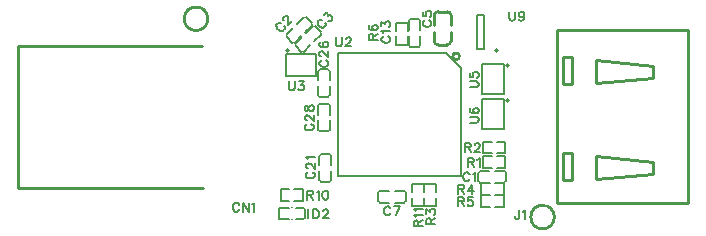
<source format=gto>
G04 Layer: TopSilkscreenLayer*
G04 EasyEDA Pro v1.8.39, 2022-10-27 11:15:30*
G04 Gerber Generator version 0.3*
G04 Scale: 100 percent, Rotated: No, Reflected: No*
G04 Dimensions in millimeters*
G04 Leading zeros omitted, absolute positions, 3 integers and 3 decimals*
%FSLAX33Y33*%
%MOMM*%
%ADD10C,0.127*%
%ADD11C,0.1524*%
%ADD12C,0.254*%
%ADD13C,0.0254*%
%ADD14C,0.0762*%
G75*


G04 Text Start*
G04 //text: R6*
G54D10*
G01X15827Y16167D02*
G01X16579Y16167D01*
G01X15827Y16167D02*
G01X15827Y16490D01*
G01X15862Y16596D01*
G01X15898Y16632D01*
G01X15972Y16667D01*
G01X16043D01*
G01X16114Y16632D01*
G01X16149Y16596D01*
G01X16185Y16490D01*
G01Y16167D01*
G01X16185Y16416D02*
G01X16579Y16667D01*
G01X15933Y17394D02*
G01X15862Y17358D01*
G01X15827Y17252D01*
G01Y17181D01*
G01X15862Y17074D01*
G01X15972Y17000D01*
G01X16149Y16965D01*
G01X16327D01*
G01X16469Y17000D01*
G01X16543Y17074D01*
G01X16579Y17181D01*
G01Y17216D01*
G01X16543Y17323D01*
G01X16469Y17394D01*
G01X16363Y17429D01*
G01X16327D01*
G01X16220Y17394D01*
G01X16149Y17323D01*
G01X16114Y17216D01*
G01Y17181D01*
G01X16149Y17074D01*
G01X16220Y17000D01*
G01X16327Y16965D01*
G04 //text: U2*
G01X13043Y16355D02*
G01X13043Y15819D01*
G01X13078Y15712D01*
G01X13150Y15639D01*
G01X13256Y15603D01*
G01X13330D01*
G01X13437Y15639D01*
G01X13508Y15712D01*
G01X13543Y15819D01*
G01Y16355D01*
G01X13876Y16175D02*
G01X13876Y16210D01*
G01X13914Y16284D01*
G01X13950Y16320D01*
G01X14021Y16355D01*
G01X14163D01*
G01X14234Y16320D01*
G01X14270Y16284D01*
G01X14305Y16210D01*
G01Y16139D01*
G01X14270Y16068D01*
G01X14199Y15961D01*
G01X13840Y15603D01*
G01X14341D01*
G04 //text: U5*
G01X24361Y12129D02*
G01X24897Y12129D01*
G01X25004Y12164D01*
G01X25077Y12235D01*
G01X25113Y12342D01*
G01Y12416D01*
G01X25077Y12522D01*
G01X25004Y12593D01*
G01X24897Y12629D01*
G01X24361D01*
G01X24361Y13355D02*
G01X24361Y13000D01*
G01X24684Y12962D01*
G01X24648Y13000D01*
G01X24613Y13106D01*
G01Y13213D01*
G01X24648Y13320D01*
G01X24719Y13391D01*
G01X24826Y13426D01*
G01X24897D01*
G01X25004Y13391D01*
G01X25077Y13320D01*
G01X25113Y13213D01*
G01Y13106D01*
G01X25077Y13000D01*
G01X25039Y12962D01*
G01X24968Y12926D01*
G04 //text: U6*
G01X24387Y9131D02*
G01X24922Y9131D01*
G01X25029Y9167D01*
G01X25103Y9238D01*
G01X25138Y9345D01*
G01Y9418D01*
G01X25103Y9525D01*
G01X25029Y9596D01*
G01X24922Y9632D01*
G01X24387D01*
G01X24493Y10358D02*
G01X24422Y10323D01*
G01X24387Y10216D01*
G01Y10145D01*
G01X24422Y10038D01*
G01X24531Y9964D01*
G01X24709Y9929D01*
G01X24887D01*
G01X25029Y9964D01*
G01X25103Y10038D01*
G01X25138Y10145D01*
G01Y10180D01*
G01X25103Y10287D01*
G01X25029Y10358D01*
G01X24922Y10394D01*
G01X24887D01*
G01X24780Y10358D01*
G01X24709Y10287D01*
G01X24674Y10180D01*
G01Y10145D01*
G01X24709Y10038D01*
G01X24780Y9964D01*
G01X24887Y9929D01*
G04 //text: CN1*
G01X4841Y2179D02*
G01X4806Y2253D01*
G01X4735Y2324D01*
G01X4663Y2360D01*
G01X4519D01*
G01X4448Y2324D01*
G01X4376Y2253D01*
G01X4341Y2179D01*
G01X4305Y2073D01*
G01Y1895D01*
G01X4341Y1788D01*
G01X4376Y1717D01*
G01X4448Y1643D01*
G01X4519Y1608D01*
G01X4663D01*
G01X4735Y1643D01*
G01X4806Y1717D01*
G01X4841Y1788D01*
G01X5138Y2360D02*
G01X5138Y1608D01*
G01X5138Y2360D02*
G01X5639Y1608D01*
G01X5639Y2360D02*
G01X5639Y1608D01*
G01X5939Y2215D02*
G01X6010Y2253D01*
G01X6116Y2360D01*
G01Y1608D01*
G04 //text: R4*
G01X23381Y3858D02*
G01X23381Y3106D01*
G01X23381Y3858D02*
G01X23703Y3858D01*
G01X23810Y3823D01*
G01X23846Y3787D01*
G01X23881Y3713D01*
G01Y3642D01*
G01X23846Y3571D01*
G01X23810Y3536D01*
G01X23703Y3500D01*
G01X23381D01*
G01X23630Y3500D02*
G01X23881Y3106D01*
G01X24536Y3858D02*
G01X24178Y3358D01*
G01X24714D01*
G01X24536Y3858D02*
G01X24536Y3106D01*
G04 //text: R5*
G01X23381Y2817D02*
G01X23381Y2065D01*
G01X23381Y2817D02*
G01X23703Y2817D01*
G01X23810Y2781D01*
G01X23846Y2746D01*
G01X23881Y2672D01*
G01Y2601D01*
G01X23846Y2530D01*
G01X23810Y2494D01*
G01X23703Y2459D01*
G01X23381D01*
G01X23630Y2459D02*
G01X23881Y2065D01*
G01X24608Y2817D02*
G01X24252Y2817D01*
G01X24214Y2494D01*
G01X24252Y2530D01*
G01X24359Y2565D01*
G01X24465D01*
G01X24572Y2530D01*
G01X24643Y2459D01*
G01X24679Y2352D01*
G01Y2281D01*
G01X24643Y2174D01*
G01X24572Y2101D01*
G01X24465Y2065D01*
G01X24359D01*
G01X24252Y2101D01*
G01X24214Y2139D01*
G01X24178Y2210D01*
G04 //text: R1*
G01X24219Y6144D02*
G01X24219Y5392D01*
G01X24219Y6144D02*
G01X24541Y6144D01*
G01X24648Y6109D01*
G01X24684Y6073D01*
G01X24719Y5999D01*
G01Y5928D01*
G01X24684Y5857D01*
G01X24648Y5822D01*
G01X24541Y5786D01*
G01X24219D01*
G01X24468Y5786D02*
G01X24719Y5392D01*
G01X25016Y5999D02*
G01X25090Y6038D01*
G01X25197Y6144D01*
G01Y5392D01*
G04 //text: R2*
G01X23965Y7414D02*
G01X23965Y6662D01*
G01X23965Y7414D02*
G01X24287Y7414D01*
G01X24394Y7379D01*
G01X24430Y7343D01*
G01X24465Y7269D01*
G01Y7198D01*
G01X24430Y7127D01*
G01X24394Y7092D01*
G01X24287Y7056D01*
G01X23965D01*
G01X24214Y7056D02*
G01X24465Y6662D01*
G01X24798Y7234D02*
G01X24798Y7269D01*
G01X24836Y7343D01*
G01X24872Y7379D01*
G01X24943Y7414D01*
G01X25085D01*
G01X25156Y7379D01*
G01X25192Y7343D01*
G01X25227Y7269D01*
G01Y7198D01*
G01X25192Y7127D01*
G01X25121Y7021D01*
G01X24762Y6662D01*
G01X25263D01*
G04 //text: C1*
G01X24348Y4745D02*
G01X24313Y4818D01*
G01X24242Y4890D01*
G01X24171Y4925D01*
G01X24026D01*
G01X23955Y4890D01*
G01X23884Y4818D01*
G01X23848Y4745D01*
G01X23813Y4638D01*
G01Y4460D01*
G01X23848Y4354D01*
G01X23884Y4282D01*
G01X23955Y4209D01*
G01X24026Y4173D01*
G01X24171D01*
G01X24242Y4209D01*
G01X24313Y4282D01*
G01X24348Y4354D01*
G01X24646Y4780D02*
G01X24719Y4818D01*
G01X24826Y4925D01*
G01Y4173D01*
G04 //text: U3*
G01X9055Y12621D02*
G01X9055Y12085D01*
G01X9091Y11979D01*
G01X9162Y11905D01*
G01X9268Y11869D01*
G01X9342D01*
G01X9449Y11905D01*
G01X9520Y11979D01*
G01X9555Y12085D01*
G01Y12621D01*
G01X9926Y12621D02*
G01X10317Y12621D01*
G01X10104Y12334D01*
G01X10211D01*
G01X10282Y12299D01*
G01X10317Y12263D01*
G01X10353Y12156D01*
G01Y12085D01*
G01X10317Y11979D01*
G01X10246Y11905D01*
G01X10140Y11869D01*
G01X10033D01*
G01X9926Y11905D01*
G01X9888Y11943D01*
G01X9853Y12014D01*
G04 //text: C3*
G01X11864Y17838D02*
G01X11787Y17865D01*
G01X11686D01*
G01X11611Y17840D01*
G01X11508Y17738D01*
G01X11483Y17662D01*
G01Y17562D01*
G01X11510Y17484D01*
G01X11560Y17384D01*
G01X11686Y17258D01*
G01X11787Y17208D01*
G01X11862Y17183D01*
G01X11964Y17181D01*
G01X12040Y17206D01*
G01X12142Y17308D01*
G01X12167Y17384D01*
G01X12166Y17486D01*
G01X12140Y17562D01*
G01X11999Y18228D02*
G01X12275Y18505D01*
G01X12327Y18151D01*
G01X12403Y18226D01*
G01X12478Y18251D01*
G01X12528D01*
G01X12629Y18201D01*
G01X12679Y18151D01*
G01X12730Y18050D01*
G01X12731Y17948D01*
G01X12681Y17847D01*
G01X12606Y17772D01*
G01X12505Y17722D01*
G01X12453Y17723D01*
G01X12376Y17747D01*
G04 //text: C2*
G01X8384Y17559D02*
G01X8307Y17586D01*
G01X8206D01*
G01X8131Y17561D01*
G01X8028Y17458D01*
G01X8003Y17383D01*
G01Y17282D01*
G01X8030Y17205D01*
G01X8081Y17104D01*
G01X8206Y16979D01*
G01X8307Y16928D01*
G01X8382Y16903D01*
G01X8485Y16902D01*
G01X8560Y16927D01*
G01X8662Y17029D01*
G01X8688Y17104D01*
G01X8686Y17207D01*
G01X8661Y17282D01*
G01X8621Y17796D02*
G01X8596Y17821D01*
G01X8569Y17898D01*
G01Y17949D01*
G01X8594Y18024D01*
G01X8695Y18125D01*
G01X8770Y18150D01*
G01X8820D01*
G01X8898Y18123D01*
G01X8948Y18073D01*
G01X8973Y17997D01*
G01X8998Y17871D01*
G01Y17365D01*
G01X9352Y17719D01*
G04 //text: U9*
G01X27699Y18514D02*
G01X27699Y17978D01*
G01X27734Y17871D01*
G01X27805Y17798D01*
G01X27912Y17762D01*
G01X27986D01*
G01X28092Y17798D01*
G01X28164Y17871D01*
G01X28199Y17978D01*
G01Y18514D01*
G01X28961Y18263D02*
G01X28926Y18156D01*
G01X28854Y18085D01*
G01X28748Y18049D01*
G01X28712D01*
G01X28605Y18085D01*
G01X28532Y18156D01*
G01X28496Y18263D01*
G01Y18298D01*
G01X28532Y18407D01*
G01X28605Y18479D01*
G01X28712Y18514D01*
G01X28748D01*
G01X28854Y18479D01*
G01X28926Y18407D01*
G01X28961Y18263D01*
G01Y18085D01*
G01X28926Y17907D01*
G01X28854Y17798D01*
G01X28748Y17762D01*
G01X28677D01*
G01X28570Y17798D01*
G01X28532Y17871D01*
G04 //text: C7*
G01X17643Y1875D02*
G01X17607Y1948D01*
G01X17536Y2019D01*
G01X17465Y2055D01*
G01X17320D01*
G01X17249Y2019D01*
G01X17178Y1948D01*
G01X17142Y1875D01*
G01X17107Y1768D01*
G01Y1590D01*
G01X17142Y1483D01*
G01X17178Y1412D01*
G01X17249Y1339D01*
G01X17320Y1303D01*
G01X17465D01*
G01X17536Y1339D01*
G01X17607Y1412D01*
G01X17643Y1483D01*
G01X18440Y2055D02*
G01X18085Y1303D01*
G01X17940Y2055D02*
G01X18440Y2055D01*
G04 //text: C13*
G01X17074Y16449D02*
G01X17000Y16413D01*
G01X16929Y16342D01*
G01X16894Y16271D01*
G01Y16126D01*
G01X16929Y16055D01*
G01X17000Y15984D01*
G01X17074Y15949D01*
G01X17181Y15913D01*
G01X17358D01*
G01X17465Y15949D01*
G01X17536Y15984D01*
G01X17610Y16055D01*
G01X17645Y16126D01*
G01Y16271D01*
G01X17610Y16342D01*
G01X17536Y16413D01*
G01X17465Y16449D01*
G01X17038Y16746D02*
G01X17000Y16820D01*
G01X16894Y16927D01*
G01X17645D01*
G01X16894Y17295D02*
G01X16894Y17689D01*
G01X17181Y17475D01*
G01Y17582D01*
G01X17216Y17653D01*
G01X17252Y17689D01*
G01X17358Y17724D01*
G01X17429D01*
G01X17536Y17689D01*
G01X17610Y17617D01*
G01X17645Y17511D01*
G01Y17404D01*
G01X17610Y17295D01*
G01X17572Y17259D01*
G01X17501Y17224D01*
G04 //text: C21*
G01X10673Y4943D02*
G01X10599Y4907D01*
G01X10528Y4836D01*
G01X10493Y4765D01*
G01Y4620D01*
G01X10528Y4549D01*
G01X10599Y4478D01*
G01X10673Y4442D01*
G01X10780Y4407D01*
G01X10958D01*
G01X11064Y4442D01*
G01X11135Y4478D01*
G01X11209Y4549D01*
G01X11245Y4620D01*
G01Y4765D01*
G01X11209Y4836D01*
G01X11135Y4907D01*
G01X11064Y4943D01*
G01X10673Y5278D02*
G01X10638Y5278D01*
G01X10564Y5314D01*
G01X10528Y5349D01*
G01X10493Y5420D01*
G01Y5563D01*
G01X10528Y5634D01*
G01X10564Y5669D01*
G01X10638Y5705D01*
G01X10709D01*
G01X10780Y5669D01*
G01X10886Y5598D01*
G01X11245Y5240D01*
G01Y5740D01*
G01X10638Y6040D02*
G01X10599Y6111D01*
G01X10493Y6218D01*
G01X11245D01*
G04 //text: D2*
G01X11113Y1801D02*
G01X11113Y1049D01*
G01X11113Y1801D02*
G01X11361Y1801D01*
G01X11471Y1765D01*
G01X11542Y1694D01*
G01X11577Y1621D01*
G01X11613Y1514D01*
G01Y1336D01*
G01X11577Y1229D01*
G01X11542Y1158D01*
G01X11471Y1085D01*
G01X11361Y1049D01*
G01X11113D01*
G01X11946Y1621D02*
G01X11946Y1656D01*
G01X11984Y1730D01*
G01X12019Y1765D01*
G01X12090Y1801D01*
G01X12233D01*
G01X12304Y1765D01*
G01X12339Y1730D01*
G01X12375Y1656D01*
G01Y1585D01*
G01X12339Y1514D01*
G01X12268Y1407D01*
G01X11910Y1049D01*
G01X12410D01*
G04 //text: R10*
G01X10605Y3376D02*
G01X10605Y2624D01*
G01X10605Y3376D02*
G01X10927Y3376D01*
G01X11034Y3340D01*
G01X11069Y3305D01*
G01X11105Y3231D01*
G01Y3160D01*
G01X11069Y3089D01*
G01X11034Y3053D01*
G01X10927Y3018D01*
G01X10605D01*
G01X10853Y3018D02*
G01X11105Y2624D01*
G01X11402Y3231D02*
G01X11476Y3269D01*
G01X11582Y3376D01*
G01Y2624D01*
G01X12095Y3376D02*
G01X11986Y3340D01*
G01X11915Y3231D01*
G01X11880Y3053D01*
G01Y2946D01*
G01X11915Y2769D01*
G01X11986Y2659D01*
G01X12095Y2624D01*
G01X12167D01*
G01X12273Y2659D01*
G01X12344Y2769D01*
G01X12380Y2946D01*
G01Y3053D01*
G01X12344Y3231D01*
G01X12273Y3340D01*
G01X12167Y3376D01*
G01X12095D01*
G04 //text: R11*
G01X19637Y368D02*
G01X20389Y368D01*
G01X19637Y368D02*
G01X19637Y691D01*
G01X19672Y798D01*
G01X19708Y833D01*
G01X19782Y869D01*
G01X19853D01*
G01X19924Y833D01*
G01X19959Y798D01*
G01X19995Y691D01*
G01Y368D01*
G01X19995Y617D02*
G01X20389Y869D01*
G01X19782Y1166D02*
G01X19743Y1240D01*
G01X19637Y1346D01*
G01X20389D01*
G01X19782Y1643D02*
G01X19743Y1715D01*
G01X19637Y1824D01*
G01X20389D01*
G04 //text: R3*
G01X20704Y521D02*
G01X21455Y521D01*
G01X20704Y521D02*
G01X20704Y843D01*
G01X20739Y950D01*
G01X20775Y986D01*
G01X20848Y1021D01*
G01X20919D01*
G01X20991Y986D01*
G01X21026Y950D01*
G01X21062Y843D01*
G01Y521D01*
G01X21062Y770D02*
G01X21455Y1021D01*
G01X20704Y1392D02*
G01X20704Y1783D01*
G01X20991Y1570D01*
G01Y1676D01*
G01X21026Y1748D01*
G01X21062Y1783D01*
G01X21168Y1819D01*
G01X21239D01*
G01X21346Y1783D01*
G01X21420Y1712D01*
G01X21455Y1605D01*
G01Y1499D01*
G01X21420Y1392D01*
G01X21382Y1354D01*
G01X21311Y1318D01*
G04 //text: J1*
G01X28539Y1699D02*
G01X28539Y1128D01*
G01X28504Y1021D01*
G01X28468Y983D01*
G01X28395Y947D01*
G01X28324D01*
G01X28252Y983D01*
G01X28217Y1021D01*
G01X28181Y1128D01*
G01Y1199D01*
G01X28837Y1554D02*
G01X28908Y1593D01*
G01X29014Y1699D01*
G01Y947D01*
G04 //text: C5*
G01X20554Y17795D02*
G01X20480Y17760D01*
G01X20409Y17689D01*
G01X20373Y17617D01*
G01Y17473D01*
G01X20409Y17402D01*
G01X20480Y17330D01*
G01X20554Y17295D01*
G01X20660Y17259D01*
G01X20838D01*
G01X20945Y17295D01*
G01X21016Y17330D01*
G01X21090Y17402D01*
G01X21125Y17473D01*
G01Y17617D01*
G01X21090Y17689D01*
G01X21016Y17760D01*
G01X20945Y17795D01*
G01X20373Y18522D02*
G01X20373Y18166D01*
G01X20696Y18131D01*
G01X20660Y18166D01*
G01X20625Y18273D01*
G01Y18379D01*
G01X20660Y18486D01*
G01X20731Y18557D01*
G01X20838Y18593D01*
G01X20909D01*
G01X21016Y18557D01*
G01X21090Y18486D01*
G01X21125Y18379D01*
G01Y18273D01*
G01X21090Y18166D01*
G01X21052Y18131D01*
G01X20980Y18092D01*
G04 //text: C28*
G01X10571Y9007D02*
G01X10498Y8971D01*
G01X10427Y8900D01*
G01X10391Y8829D01*
G01Y8684D01*
G01X10427Y8613D01*
G01X10498Y8542D01*
G01X10571Y8506D01*
G01X10678Y8471D01*
G01X10856D01*
G01X10963Y8506D01*
G01X11034Y8542D01*
G01X11107Y8613D01*
G01X11143Y8684D01*
G01Y8829D01*
G01X11107Y8900D01*
G01X11034Y8971D01*
G01X10963Y9007D01*
G01X10571Y9342D02*
G01X10536Y9342D01*
G01X10462Y9378D01*
G01X10427Y9413D01*
G01X10391Y9484D01*
G01Y9627D01*
G01X10427Y9698D01*
G01X10462Y9733D01*
G01X10536Y9769D01*
G01X10607D01*
G01X10678Y9733D01*
G01X10785Y9662D01*
G01X11143Y9304D01*
G01Y9804D01*
G01X10391Y10282D02*
G01X10427Y10175D01*
G01X10498Y10140D01*
G01X10571D01*
G01X10643Y10175D01*
G01X10678Y10246D01*
G01X10714Y10389D01*
G01X10749Y10498D01*
G01X10820Y10569D01*
G01X10892Y10605D01*
G01X10998D01*
G01X11069Y10569D01*
G01X11107Y10533D01*
G01X11143Y10424D01*
G01Y10282D01*
G01X11107Y10175D01*
G01X11069Y10140D01*
G01X10998Y10104D01*
G01X10892D01*
G01X10820Y10140D01*
G01X10749Y10211D01*
G01X10714Y10317D01*
G01X10678Y10460D01*
G01X10643Y10533D01*
G01X10571Y10569D01*
G01X10498D01*
G01X10427Y10533D01*
G01X10391Y10424D01*
G01Y10282D01*
G04 //text: C26*
G01X11816Y14417D02*
G01X11742Y14381D01*
G01X11671Y14310D01*
G01X11636Y14239D01*
G01Y14094D01*
G01X11671Y14023D01*
G01X11742Y13952D01*
G01X11816Y13917D01*
G01X11923Y13881D01*
G01X12101D01*
G01X12207Y13917D01*
G01X12278Y13952D01*
G01X12352Y14023D01*
G01X12388Y14094D01*
G01Y14239D01*
G01X12352Y14310D01*
G01X12278Y14381D01*
G01X12207Y14417D01*
G01X11816Y14752D02*
G01X11781Y14752D01*
G01X11707Y14788D01*
G01X11671Y14823D01*
G01X11636Y14895D01*
G01Y15037D01*
G01X11671Y15108D01*
G01X11707Y15143D01*
G01X11781Y15179D01*
G01X11852D01*
G01X11923Y15143D01*
G01X12029Y15072D01*
G01X12388Y14714D01*
G01Y15215D01*
G01X11742Y15944D02*
G01X11671Y15908D01*
G01X11636Y15799D01*
G01Y15728D01*
G01X11671Y15621D01*
G01X11781Y15550D01*
G01X11958Y15514D01*
G01X12136D01*
G01X12278Y15550D01*
G01X12352Y15621D01*
G01X12388Y15728D01*
G01Y15763D01*
G01X12352Y15870D01*
G01X12278Y15944D01*
G01X12172Y15979D01*
G01X12136D01*
G01X12029Y15944D01*
G01X11958Y15870D01*
G01X11923Y15763D01*
G01Y15728D01*
G01X11958Y15621D01*
G01X12029Y15550D01*
G01X12136Y15514D01*
G04 Text End*

G04 PolygonModel Start*
G54D11*
G01X18120Y16889D02*
G01X18120Y17607D01*
G01X18120Y17607D02*
G01X19117Y17607D01*
G01X19117Y17607D02*
G01X19117Y16889D01*
G01X18120Y16436D02*
G01X18120Y15718D01*
G01X18120Y15718D02*
G01X19117Y15718D01*
G01X19117Y15718D02*
G01X19117Y16436D01*
G54D10*
G01X13183Y15011D02*
G01X13183Y4597D01*
G01X23597D01*
G01Y13741D01*
G01X22327Y15011D01*
G01X13183D01*
G54D12*
G01X1715Y15599D02*
G01X-13853Y15599D01*
G01X-13853Y15599D02*
G01X-13853Y3618D01*
G01X-13853Y3618D02*
G01X-13853Y3616D01*
G01X-13853Y3616D02*
G01X1745Y3616D01*
G01X1745Y3616D02*
G01X1694Y3631D01*
G54D11*
G01X26515Y4029D02*
G01X27233Y4029D01*
G01X27233Y4029D02*
G01X27233Y3032D01*
G01X27233Y3032D02*
G01X26515Y3032D01*
G01X26063Y4029D02*
G01X25345Y4029D01*
G01X25345Y4029D02*
G01X25345Y3032D01*
G01X25345Y3032D02*
G01X26063Y3032D01*
G01X26515Y2988D02*
G01X27233Y2988D01*
G01X27233Y2988D02*
G01X27233Y1991D01*
G01X27233Y1991D02*
G01X26515Y1991D01*
G01X26063Y2988D02*
G01X25345Y2988D01*
G01X25345Y2988D02*
G01X25345Y1991D01*
G01X25345Y1991D02*
G01X26063Y1991D01*
G01X26215Y5318D02*
G01X25497Y5318D01*
G01X25497Y5318D02*
G01X25497Y6315D01*
G01X25497Y6315D02*
G01X26215Y6315D01*
G01X26668Y5318D02*
G01X27386Y5318D01*
G01X27386Y5318D02*
G01X27386Y6315D01*
G01X27386Y6315D02*
G01X26668Y6315D01*
G01X26215Y6537D02*
G01X25497Y6537D01*
G01X25497Y6537D02*
G01X25497Y7534D01*
G01X25497Y7534D02*
G01X26215Y7534D01*
G01X26668Y6537D02*
G01X27386Y6537D01*
G01X27386Y6537D02*
G01X27386Y7534D01*
G01X27386Y7534D02*
G01X26668Y7534D01*
G01X27280Y5045D02*
G01X26490Y5045D01*
G01X26490Y4048D02*
G01X27280Y4048D01*
G01X27432Y4200D02*
G01X27432Y4893D01*
G01X25247Y5045D02*
G01X26037Y5045D01*
G01X26037Y4048D02*
G01X25247Y4048D01*
G01X25095Y4200D02*
G01X25095Y4893D01*
G01X27280Y4048D02*
G03X27432Y4200I0J152D01*
G01X27432Y4893D02*
G03X27280Y5045I-152J0D01*
G01X25247Y4048D02*
G02X25095Y4200I0J152D01*
G01X25095Y4893D02*
G02X25247Y5045I152J0D01*
G01X11055Y17297D02*
G01X10496Y16739D01*
G01X11201Y16034D02*
G01X11760Y16592D01*
G01X11760Y16808D02*
G01X11271Y17297D01*
G01X9618Y15860D02*
G01X10176Y16419D01*
G01X10882Y15714D02*
G01X10323Y15155D01*
G01X10107Y15155D02*
G01X9618Y15645D01*
G01X11760Y16592D02*
G03X11760Y16808I-108J108D01*
G01X11271Y17297D02*
G03X11055Y17297I-108J-108D01*
G01X10323Y15155D02*
G02X10107Y15155I-108J108D01*
G01X9618Y15645D02*
G02X9618Y15860I108J108D01*
G01X10293Y18059D02*
G01X9734Y17501D01*
G01X10439Y16796D02*
G01X10998Y17354D01*
G01X10998Y17570D02*
G01X10509Y18059D01*
G01X8856Y16622D02*
G01X9414Y17181D01*
G01X10120Y16476D02*
G01X9561Y15917D01*
G01X9345Y15917D02*
G01X8856Y16407D01*
G01X10998Y17354D02*
G03X10998Y17570I-108J108D01*
G01X10509Y18059D02*
G03X10293Y18059I-108J-108D01*
G01X9561Y15917D02*
G02X9345Y15917I-108J108D01*
G01X8856Y16407D02*
G02X8856Y16622I108J108D01*
G01X18796Y3369D02*
G01X18006Y3369D01*
G01X18006Y2372D02*
G01X18796Y2372D01*
G01X18949Y2524D02*
G01X18949Y3216D01*
G01X16764Y3369D02*
G01X17554Y3369D01*
G01X17554Y2372D02*
G01X16764Y2372D01*
G01X16611Y2524D02*
G01X16611Y3216D01*
G01X18796Y2372D02*
G03X18949Y2524I0J152D01*
G01X18949Y3216D02*
G03X18796Y3369I-152J0D01*
G01X16764Y2372D02*
G02X16611Y2524I0J152D01*
G01X16611Y3216D02*
G02X16764Y3369I152J0D01*
G01X20184Y15722D02*
G01X20184Y16512D01*
G01X19186Y16512D02*
G01X19186Y15722D01*
G01X19339Y15570D02*
G01X20031Y15570D01*
G01X20184Y17755D02*
G01X20184Y16965D01*
G01X19186Y16965D02*
G01X19186Y17755D01*
G01X19339Y17907D02*
G01X20031Y17907D01*
G01X19186Y15722D02*
G03X19339Y15570I152J0D01*
G01X20031Y15570D02*
G03X20184Y15722I0J152D01*
G01X19186Y17755D02*
G02X19339Y17907I152J0D01*
G01X20031Y17907D02*
G02X20184Y17755I0J-152D01*
G01X11643Y6313D02*
G01X11643Y5523D01*
G01X12640Y5523D02*
G01X12640Y6313D01*
G01X12487Y6466D02*
G01X11795Y6466D01*
G01X11643Y4281D02*
G01X11643Y5071D01*
G01X12640Y5071D02*
G01X12640Y4281D01*
G01X12487Y4128D02*
G01X11795Y4128D01*
G01X12640Y6313D02*
G03X12487Y6466I-152J0D01*
G01X11795Y6466D02*
G03X11643Y6313I0J-152D01*
G01X12640Y4281D02*
G02X12487Y4128I-152J0D01*
G01X11795Y4128D02*
G02X11643Y4281I0J152D01*
G01X9025Y1946D02*
G01X8237Y1946D01*
G01X8237Y1946D02*
G01X8237Y950D01*
G01X8237Y950D02*
G01X9025Y950D01*
G01X9619Y1946D02*
G01X10254Y1946D01*
G01X10254Y1946D02*
G01X10406Y1793D01*
G01X10406Y1793D02*
G01X10406Y1102D01*
G01X10406Y1102D02*
G01X10254Y950D01*
G01X10254Y950D02*
G01X9619Y950D01*
G36*
G01X10559Y1793D02*
G01X10559Y1102D01*
G01X10711D01*
G01Y1793D01*
G01X10559D01*
G37*
G54D13*
G01X10559Y1793D02*
G01X10559Y1102D01*
G01X10711D01*
G01Y1793D01*
G01X10559D01*
G54D11*
G01X9523Y3496D02*
G01X10241Y3496D01*
G01X10241Y3496D02*
G01X10241Y2499D01*
G01X10241Y2499D02*
G01X9523Y2499D01*
G01X9070Y3496D02*
G01X8352Y3496D01*
G01X8352Y3496D02*
G01X8352Y2499D01*
G01X8352Y2499D02*
G01X9070Y2499D01*
G01X20514Y2796D02*
G01X20514Y2078D01*
G01X20514Y2078D02*
G01X19517Y2078D01*
G01X19517Y2078D02*
G01X19517Y2796D01*
G01X20514Y3249D02*
G01X20514Y3967D01*
G01X20514Y3967D02*
G01X19517Y3967D01*
G01X19517Y3967D02*
G01X19517Y3249D01*
G01X20507Y3249D02*
G01X20507Y3967D01*
G01X20507Y3967D02*
G01X21504Y3967D01*
G01X21504Y3967D02*
G01X21504Y3249D01*
G01X20507Y2796D02*
G01X20507Y2078D01*
G01X20507Y2078D02*
G01X21504Y2078D01*
G01X21504Y2078D02*
G01X21504Y2796D01*
G54D12*
G01X31531Y1143D02*
G03X29532Y1140I-999J-3D01*
G03X31531Y1138I999J0D01*
G01X2194Y17932D02*
G03X195Y17930I-999J-3D01*
G03X2194Y17927I999J0D01*
G01X31531Y1143D02*
G03X29532Y1140I-999J-3D01*
G03X31531Y1138I999J0D01*
G01X2194Y17932D02*
G03X195Y17930I-999J-3D01*
G03X2194Y17927I999J0D01*
G01X31778Y2353D02*
G01X31778Y16958D01*
G01X42827Y2353D02*
G01X42827Y16958D01*
G01X32282Y4266D02*
G01X32282Y6552D01*
G01X32282Y12394D02*
G01X32282Y14680D01*
G01X33044Y4266D02*
G01X33044Y6552D01*
G01X35076Y4346D02*
G01X35076Y6346D01*
G01X39902Y4774D02*
G01X39902Y5790D01*
G01X33044Y12394D02*
G01X33044Y14680D01*
G01X35076Y12474D02*
G01X35076Y14474D01*
G01X39902Y12902D02*
G01X39902Y13918D01*
G01X31750Y2324D02*
G01X42760Y2324D01*
G01X35076Y4346D02*
G01X39902Y4774D01*
G01X35076Y6346D02*
G01X39902Y5790D01*
G01X35076Y12474D02*
G01X39902Y12902D01*
G01X35076Y14474D02*
G01X39902Y13918D01*
G01X31750Y16975D02*
G01X42760Y16975D01*
G01X32282Y4266D02*
G01X33044Y4266D01*
G01X32282Y6552D02*
G01X33044Y6552D01*
G01X32282Y12394D02*
G01X33044Y12394D01*
G01X32282Y14680D02*
G01X33044Y14680D01*
G01X21673Y18535D02*
G01X22473Y18535D01*
G01X21363Y17425D02*
G01X21363Y18225D01*
G01X22783Y17425D02*
G01X22783Y18225D01*
G01X21357Y16849D02*
G01X21357Y16049D01*
G01X21667Y15740D02*
G01X22467Y15740D01*
G01X22777Y16849D02*
G01X22777Y16049D01*
G01X21667Y15739D02*
G02X21357Y16049I0J310D01*
G01X22777Y16049D02*
G02X22467Y15739I-310J-0D01*
G01X21363Y18225D02*
G02X21673Y18535I310J0D01*
G01X22473Y18535D02*
G02X22783Y18225I0J-310D01*
G54D11*
G01X11516Y10580D02*
G01X11516Y9790D01*
G01X12513Y9790D02*
G01X12513Y10580D01*
G01X12360Y10733D02*
G01X11668Y10733D01*
G01X11516Y8548D02*
G01X11516Y9338D01*
G01X12513Y9338D02*
G01X12513Y8548D01*
G01X12360Y8395D02*
G01X11668Y8395D01*
G01X12513Y10580D02*
G03X12360Y10733I-152J0D01*
G01X11668Y10733D02*
G03X11516Y10580I0J-152D01*
G01X12513Y8548D02*
G02X12360Y8395I-152J0D01*
G01X11668Y8395D02*
G02X11516Y8548I0J152D01*
G01X12513Y11467D02*
G01X12513Y12257D01*
G01X11516Y12257D02*
G01X11516Y11467D01*
G01X11668Y11314D02*
G01X12360Y11314D01*
G01X12513Y13499D02*
G01X12513Y12709D01*
G01X11516Y12709D02*
G01X11516Y13499D01*
G01X11668Y13652D02*
G01X12360Y13652D01*
G01X11516Y11467D02*
G03X11668Y11314I152J0D01*
G01X12360Y11314D02*
G03X12513Y11467I0J152D01*
G01X11516Y13499D02*
G02X11668Y13652I152J0D01*
G01X12360Y13652D02*
G02X12513Y13499I0J-152D01*
G04 PolygonModel End*

G04 Rect Start*
G54D10*
G01X27305Y14097D02*
G01X25400Y14097D01*
G01Y11557D01*
G01X27305D01*
G01Y14097D01*
G01X27299Y11135D02*
G01X25394Y11135D01*
G01Y8595D01*
G01X27299D01*
G01Y11135D01*
G01X8814Y14961D02*
G01X8814Y13056D01*
G01X11354D01*
G01Y14961D01*
G01X8814D01*
G01X24972Y15390D02*
G01X25607Y15390D01*
G01Y18290D01*
G01X24972D01*
G01Y15390D01*
G04 Rect End*

G04 Circle Start*
G54D12*
G01X22932Y14757D02*
G03X23500Y14757I284J0D01*
G03X22932I-284J0D01*
G54D10*
G01X27432Y13970D02*
G03X27686Y13970I127J0D01*
G03X27432I-127J0D01*
G01X27426Y11008D02*
G03X27680Y11008I127J0D01*
G03X27426I-127J0D01*
G01X8814Y15215D02*
G03X9068Y15215I127J0D01*
G03X8814I-127J0D01*
G01X26496Y15255D02*
G03X26750Y15255I127J0D01*
G03X26496I-127J0D01*
G54D14*
G01X9284Y1946D02*
G03X9360Y1946I38J0D01*
G03X9284I-38J0D01*
G01X9284Y950D02*
G03X9360Y950I38J0D01*
G03X9284I-38J0D01*
G04 Circle End*

M02*

</source>
